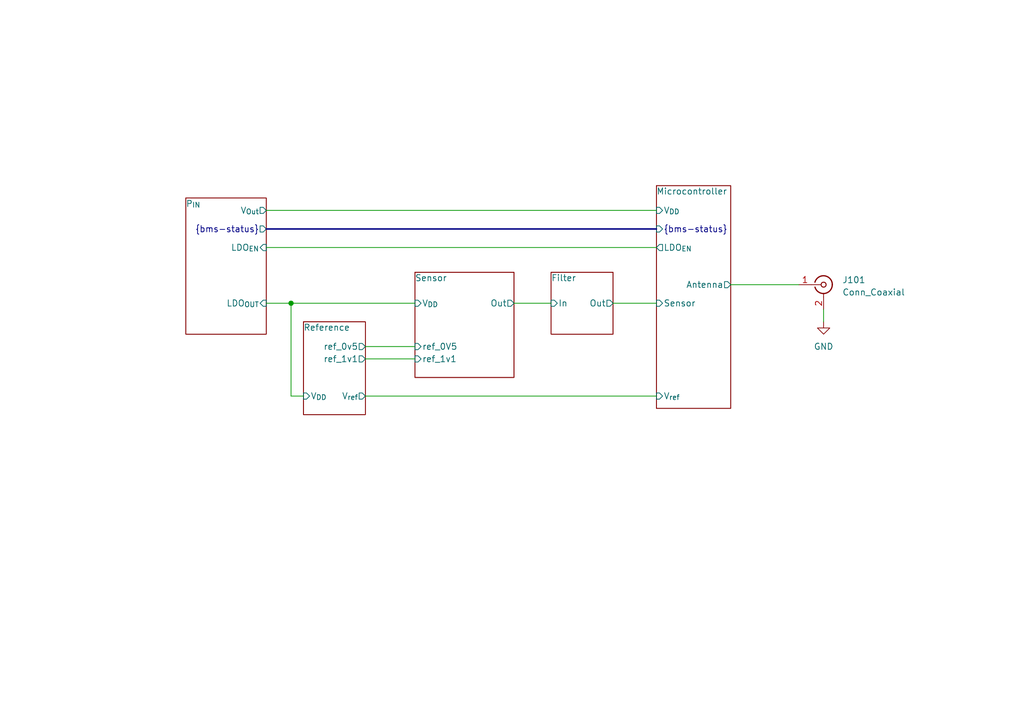
<source format=kicad_sch>
(kicad_sch (version 20230121) (generator eeschema)
  (paper "A5")
  (lib_symbols
    (symbol "Connector:Conn_Coaxial" (pin_names (offset 1.016) hide)
      (property "Reference" "J" (at 0.254 3.048 0))
      (property "Value" "Conn_Coaxial" (at 2.921 0 90))
      (symbol "Conn_Coaxial_0_1"
        (arc (start -1.778 -0.508) (mid 0.2311 -1.8066) (end 1.778 0) (stroke (width 0.254)))
        (polyline (pts (xy -2.54 0) (xy -0.508 0)))
        (polyline (pts (xy 0 -2.54) (xy 0 -1.778)))
        (circle (center 0 0) (radius 0.508) (stroke (width 0.2032)))
        (arc (start 1.778 0) (mid 0.2099 1.8101) (end -1.778 0.508) (stroke (width 0.254)))
      )
      (symbol "Conn_Coaxial_1_1"
        (pin passive line (at -5.08 0 0) (length 2.54) (name "In") (number "1"))
        (pin passive line (at 0 -5.08 90) (length 2.54) (name "Ext") (number "2"))
      )
    )
    (symbol "GND_6" (power) (pin_names (offset 0))
      (property "Value" "GND_6" (at 0 -3.81 0))
      (symbol "GND_6_0_1"
        (polyline (pts (xy 0 0) (xy 0 -1.27) (xy 1.27 -1.27) (xy 0 -2.54) (xy -1.27 -1.27) (xy 0 -1.27)))
      )
      (symbol "GND_6_1_1"
        (pin power_in line (at 0 0 270) (length 0) hide (name "GND") (number "1"))
      )
    )
  )
  (bus_alias "bms-status" (members "PWG-LDO" "PWG-Vout" "EH-ON" "HBO-MCU" "EN-LDO"))
  (junction (at 59.69 62.23))
  (bus (pts (xy 54.61 46.99) (xy 134.62 46.99)))
  (wire (pts (xy 105.41 62.23) (xy 113.03 62.23)))
  (wire (pts (xy 59.69 62.23) (xy 85.09 62.23)))
  (wire (pts (xy 74.93 81.28) (xy 134.62 81.28)))
  (wire (pts (xy 168.91 63.5) (xy 168.91 66.04)))
  (wire (pts (xy 54.61 43.18) (xy 134.62 43.18)))
  (wire (pts (xy 125.73 62.23) (xy 134.62 62.23)))
  (wire (pts (xy 59.69 62.23) (xy 59.69 81.28)))
  (wire (pts (xy 54.61 50.8) (xy 134.62 50.8)))
  (wire (pts (xy 74.93 71.12) (xy 85.09 71.12)))
  (wire (pts (xy 59.69 81.28) (xy 62.23 81.28)))
  (wire (pts (xy 54.61 62.23) (xy 59.69 62.23)))
  (wire (pts (xy 163.83 58.42) (xy 149.86 58.42)))
  (wire (pts (xy 74.93 73.66) (xy 85.09 73.66)))
  (symbol (lib_name "GND_6") (lib_id "power:GND") (at 168.91 66.04 0) (unit 1)
    (property "Reference" "#PWR0101" (effects hide))
    (property "Value" "GND" (at 168.91 71.12 0))
  )
  (symbol (lib_id "Connector:Conn_Coaxial") (at 168.91 58.42 0) (unit 1)
    (property "Reference" "J101" (at 172.72 57.4432 0) (effects (justify left)))
    (property "Value" "Conn_Coaxial" (at 172.72 59.9832 0) (effects (justify left)))
    (property "Footprint" "Connector_Coaxial:SMA_Amphenol_901-143_Horizontal" (effects hide))
    (property "Datasheet" " ~" (effects hide))
  )
  (sheet (at 62.23 66.04) (size 12.7 19.05) (stroke (width 0.1524))
    (property "Sheetname" "Reference" (at 62.23 67.945 0) (effects (justify left bottom)))
    (property "Sheetfile" "Reference.kicad_sch" (effects hide))
    (pin "V_{DD}" input (at 62.23 81.28 180))
    (pin "V_{ref}" output (at 74.93 81.28 0))
    (pin "ref_0v5" output (at 74.93 71.12 0))
    (pin "ref_1v1" output (at 74.93 73.66 0))
  )
  (sheet (at 38.1 40.64) (size 16.51 27.94) (stroke (width 0.1524))
    (property "Sheetname" "P_{IN}" (at 38.1 42.545 0) (effects (justify left bottom)))
    (property "Sheetfile" "BMS.kicad_sch" (effects hide))
    (pin "V_{Out}" output (at 54.61 43.18 0))
    (pin "LDO_{OUT}" input (at 54.61 62.23 0))
    (pin "LDO_{EN}" input (at 54.61 50.8 0))
    (pin "{bms-status}" output (at 54.61 46.99 0))
  )
  (sheet (at 113.03 55.88) (size 12.7 12.7) (stroke (width 0.1524))
    (property "Sheetname" "Filter" (at 113.03 57.785 0) (effects (justify left bottom)))
    (property "Sheetfile" "AAFilter.kicad_sch" (effects hide))
    (pin "Out" output (at 125.73 62.23 0))
    (pin "In" input (at 113.03 62.23 180))
  )
  (sheet (at 85.09 55.88) (size 20.32 21.59) (stroke (width 0.1524))
    (property "Sheetname" "Sensor" (at 85.09 57.785 0) (effects (justify left bottom)))
    (property "Sheetfile" "SensorHandling.kicad_sch" (effects hide))
    (pin "Out" output (at 105.41 62.23 0))
    (pin "V_{DD}" input (at 85.09 62.23 180))
    (pin "ref_0V5" input (at 85.09 71.12 180))
    (pin "ref_1v1" input (at 85.09 73.66 180))
  )
  (sheet (at 134.62 38.1) (size 15.24 45.72) (stroke (width 0.1524))
    (property "Sheetname" "Microcontroller" (at 134.62 40.005 0) (effects (justify left bottom)))
    (property "Sheetfile" "Microcontroller.kicad_sch" (effects hide))
    (pin "V_{DD}" input (at 134.62 43.18 180))
    (pin "Sensor" input (at 134.62 62.23 180))
    (pin "Antenna" output (at 149.86 58.42 0))
    (pin "V_{ref}" input (at 134.62 81.28 180))
    (pin "{bms-status}" input (at 134.62 46.99 180))
    (pin "LDO_{EN}" output (at 134.62 50.8 180))
  )
)
</source>
